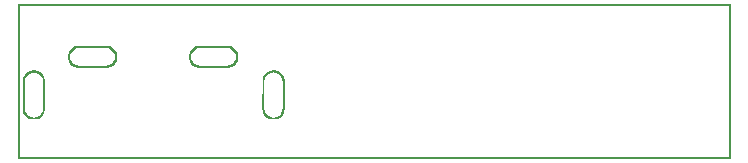
<source format=gbo>
G04*
G04 Format:               Gerber RS-274X*
G04 Export Settings:      OSH Park*
G04 Layer:                BottomSilkscreen*
G04 This File Name:       GCDUAL_QSB_FINAL5.2.gbo*
G04 Source File Name:     GCDUAL_QSB_FINAL5.2.rrb*
G04 Unique ID:            757d16c7-f99c-4077-9d8c-5aaf3e2abc93*
G04 Generated Date:       Friday, 30 March 2018 13:03:25*
G04*
G04 Created Using:        Robot Room Copper Connection v3.0.5875*
G04 Software Contact:     http://www.robotroom.com/CopperConnection/Support.aspx*
G04 License Number:       1880*
G04*
G04 Zero Suppression:     Leading*
G04 Number Precision:     2.4*
G04*
%FSLAX24Y24*%
%MOIN*%
%LNBottomSilkscreen*%
%ADD10R,.006X.006*%
D10*
G01X-152Y5118D02*
X23554D01*
Y0D01*
X-152D01*
Y5118D01*
X8341Y2897D02*
X8237Y2880D01*
X8144Y2833D01*
X8070Y2759D01*
X8022Y2665D01*
X8006Y2562D01*
X8002Y1645D01*
X8006Y1656D01*
X8022Y1553D01*
X8070Y1460D01*
X8144Y1386D01*
X8237Y1338D01*
X8341Y1322D01*
X8444Y1338D01*
X8537Y1386D01*
X8611Y1460D01*
X8659Y1553D01*
X8675Y1656D01*
X8677Y1645D01*
Y2556D01*
X8659Y2665D01*
X8611Y2759D01*
X8537Y2833D01*
X8444Y2880D01*
X8341Y2897D01*
X5554Y3379D02*
X5571Y3276D01*
X5618Y3182D01*
X5692Y3108D01*
X5786Y3061D01*
X5889Y3044D01*
X6806Y3041D01*
X6794Y3044D01*
X6898Y3061D01*
X6991Y3108D01*
X7065Y3182D01*
X7113Y3276D01*
X7129Y3379D01*
X7113Y3483D01*
X7065Y3576D01*
X6991Y3650D01*
X6898Y3697D01*
X6794Y3714D01*
X6806Y3715D01*
X5895D01*
X5786Y3697D01*
X5692Y3650D01*
X5618Y3576D01*
X5571Y3483D01*
X5554Y3379D01*
X353Y2897D02*
X250Y2880D01*
X157Y2833D01*
X83Y2759D01*
X35Y2665D01*
X19Y2562D01*
X15Y1645D01*
X19Y1656D01*
X35Y1553D01*
X83Y1460D01*
X157Y1386D01*
X250Y1338D01*
X353Y1322D01*
X457Y1338D01*
X550Y1386D01*
X624Y1460D01*
X672Y1553D01*
X688Y1656D01*
X689Y1645D01*
Y2556D01*
X672Y2665D01*
X624Y2759D01*
X550Y2833D01*
X457Y2880D01*
X353Y2897D01*
X1524Y3379D02*
X1541Y3276D01*
X1588Y3182D01*
X1662Y3108D01*
X1756Y3061D01*
X1859Y3044D01*
X2776Y3041D01*
X2765Y3044D01*
X2868Y3061D01*
X2961Y3108D01*
X3035Y3182D01*
X3083Y3276D01*
X3099Y3379D01*
X3083Y3483D01*
X3035Y3576D01*
X2961Y3650D01*
X2868Y3697D01*
X2765Y3714D01*
X2776Y3715D01*
X1865D01*
X1756Y3697D01*
X1662Y3650D01*
X1588Y3576D01*
X1541Y3483D01*
X1524Y3379D01*
M02*

</source>
